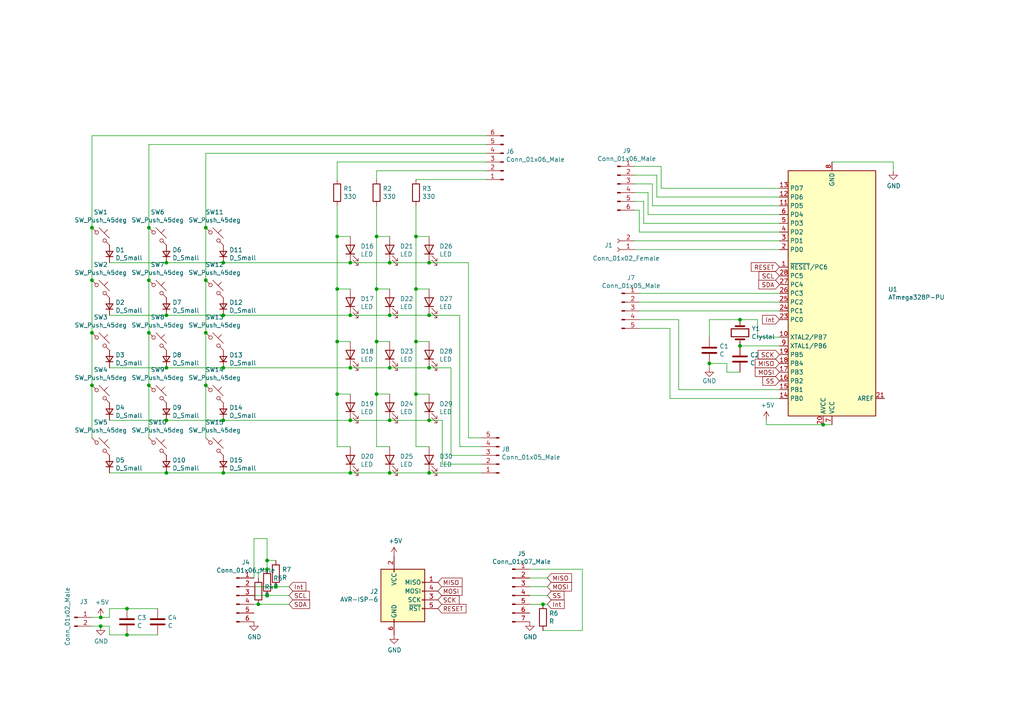
<source format=kicad_sch>
(kicad_sch (version 20250114) (generator "eeschema") (generator_version "9.0")
  (paper "A4")
  (lib_symbols
    (symbol "CNCKeypad-rescue:+5V-power" (power) (pin_names (offset 0))
      (property "Value" "power:+5V" (at 0 3.556 0))
      (symbol "+5V-power_0_1"
        (polyline (pts (xy -0.762 1.27) (xy 0 2.54)))
        (polyline (pts (xy 0 2.54) (xy 0.762 1.27)))
        (polyline (pts (xy 0 0) (xy 0 2.54)))
      )
      (symbol "+5V-power_1_1"
        (pin power_in line (at 0 0 90) (length 0) (hide yes) (name "+5V") (number "1"))
      )
    )
    (symbol "CNCKeypad-rescue:ATmega328P-PU-MCU_Microchip_ATmega"
      (property "Reference" "U" (at -12.7 36.83 0))
      (property "Value" "MCU_Microchip_ATmega:ATmega328P-PU" (at 2.54 -36.83 0))
      (symbol "ATmega328P-PU-MCU_Microchip_ATmega_0_1"
        (rectangle (start -12.7 -35.56) (end 12.7 35.56) (stroke (width 0.254)) (fill (type background)))
      )
      (symbol "ATmega328P-PU-MCU_Microchip_ATmega_1_1"
        (pin input line (at -15.24 30.48 0) (length 2.54) (name "AREF") (number "21"))
        (pin power_in line (at 0 38.1 270) (length 2.54) (name "VCC") (number "7"))
        (pin passive line (at 0 -38.1 90) (length 2.54) (hide yes) (name "GND") (number "22"))
        (pin power_in line (at 0 -38.1 90) (length 2.54) (name "GND") (number "8"))
        (pin power_in line (at 2.54 38.1 270) (length 2.54) (name "AVCC") (number "20"))
        (pin bidirectional line (at 15.24 30.48 180) (length 2.54) (name "PB0") (number "14"))
        (pin bidirectional line (at 15.24 27.94 180) (length 2.54) (name "PB1") (number "15"))
        (pin bidirectional line (at 15.24 25.4 180) (length 2.54) (name "PB2") (number "16"))
        (pin bidirectional line (at 15.24 22.86 180) (length 2.54) (name "PB3") (number "17"))
        (pin bidirectional line (at 15.24 20.32 180) (length 2.54) (name "PB4") (number "18"))
        (pin bidirectional line (at 15.24 17.78 180) (length 2.54) (name "PB5") (number "19"))
        (pin bidirectional line (at 15.24 15.24 180) (length 2.54) (name "XTAL1/PB6") (number "9"))
        (pin bidirectional line (at 15.24 12.7 180) (length 2.54) (name "XTAL2/PB7") (number "10"))
        (pin bidirectional line (at 15.24 7.62 180) (length 2.54) (name "PC0") (number "23"))
        (pin bidirectional line (at 15.24 5.08 180) (length 2.54) (name "PC1") (number "24"))
        (pin bidirectional line (at 15.24 2.54 180) (length 2.54) (name "PC2") (number "25"))
        (pin bidirectional line (at 15.24 0 180) (length 2.54) (name "PC3") (number "26"))
        (pin bidirectional line (at 15.24 -2.54 180) (length 2.54) (name "PC4") (number "27"))
        (pin bidirectional line (at 15.24 -5.08 180) (length 2.54) (name "PC5") (number "28"))
        (pin bidirectional line (at 15.24 -7.62 180) (length 2.54) (name "~{RESET}/PC6") (number "1"))
        (pin bidirectional line (at 15.24 -12.7 180) (length 2.54) (name "PD0") (number "2"))
        (pin bidirectional line (at 15.24 -15.24 180) (length 2.54) (name "PD1") (number "3"))
        (pin bidirectional line (at 15.24 -17.78 180) (length 2.54) (name "PD2") (number "4"))
        (pin bidirectional line (at 15.24 -20.32 180) (length 2.54) (name "PD3") (number "5"))
        (pin bidirectional line (at 15.24 -22.86 180) (length 2.54) (name "PD4") (number "6"))
        (pin bidirectional line (at 15.24 -25.4 180) (length 2.54) (name "PD5") (number "11"))
        (pin bidirectional line (at 15.24 -27.94 180) (length 2.54) (name "PD6") (number "12"))
        (pin bidirectional line (at 15.24 -30.48 180) (length 2.54) (name "PD7") (number "13"))
      )
    )
    (symbol "CNCKeypad-rescue:AVR-ISP-6-Connector" (pin_names (offset 1.016))
      (property "Reference" "J" (at 0 10.16 0))
      (property "Value" "Connector:AVR-ISP-6" (at 0 -7.62 0))
      (symbol "AVR-ISP-6-Connector_0_1"
        (rectangle (start -2.667 8.89) (end -2.413 8.128))
        (rectangle (start -2.667 -5.588) (end -2.413 -6.35))
        (rectangle (start 6.35 8.89) (end -6.35 -6.35) (stroke (width 0.254)) (fill (type background)))
        (rectangle (start 6.35 5.207) (end 5.588 4.953))
        (rectangle (start 6.35 2.667) (end 5.588 2.413))
        (rectangle (start 6.35 0.127) (end 5.588 -0.127))
        (rectangle (start 6.35 -2.413) (end 5.588 -2.667))
      )
      (symbol "AVR-ISP-6-Connector_1_1"
        (pin power_in line (at -2.54 12.7 270) (length 3.81) (name "VCC") (number "2"))
        (pin power_in line (at -2.54 -10.16 90) (length 3.81) (name "GND") (number "6"))
        (pin passive line (at 10.16 5.08 180) (length 3.81) (name "MISO") (number "1"))
        (pin passive line (at 10.16 2.54 180) (length 3.81) (name "MOSI") (number "4"))
        (pin passive line (at 10.16 0 180) (length 3.81) (name "SCK") (number "3"))
        (pin passive line (at 10.16 -2.54 180) (length 3.81) (name "~{RST}") (number "5"))
      )
    )
    (symbol "CNCKeypad-rescue:Conn_01x02_Female-Connector" (pin_names (offset 1.016) (hide yes))
      (property "Reference" "J" (at 0 2.54 0))
      (property "Value" "Connector:Conn_01x02_Female" (at 0 -5.08 0))
      (symbol "Conn_01x02_Female-Connector_1_1"
        (polyline (pts (xy -1.27 0) (xy -0.508 0)) (stroke (width 0.1524)))
        (polyline (pts (xy -1.27 -2.54) (xy -0.508 -2.54)) (stroke (width 0.1524)))
        (arc (start 0 -0.508) (mid -0.508 0) (end 0 0.508) (stroke (width 0.1524)))
        (arc (start 0 -3.048) (mid -0.508 -2.54) (end 0 -2.032) (stroke (width 0.1524)))
        (pin passive line (at -5.08 0 0) (length 3.81) (name "Pin_1") (number "1"))
        (pin passive line (at -5.08 -2.54 0) (length 3.81) (name "Pin_2") (number "2"))
      )
    )
    (symbol "CNCKeypad-rescue:Conn_01x02_Male-Connector" (pin_names (offset 1.016) (hide yes))
      (property "Reference" "J" (at 0 2.54 0))
      (property "Value" "Connector:Conn_01x02_Male" (at 0 -5.08 0))
      (symbol "Conn_01x02_Male-Connector_1_1"
        (rectangle (start 0.8636 0.127) (end 0 -0.127) (stroke (width 0.1524)) (fill (type outline)))
        (rectangle (start 0.8636 -2.413) (end 0 -2.667) (stroke (width 0.1524)) (fill (type outline)))
        (polyline (pts (xy 1.27 0) (xy 0.8636 0)) (stroke (width 0.1524)))
        (polyline (pts (xy 1.27 -2.54) (xy 0.8636 -2.54)) (stroke (width 0.1524)))
        (pin passive line (at 5.08 0 180) (length 3.81) (name "Pin_1") (number "1"))
        (pin passive line (at 5.08 -2.54 180) (length 3.81) (name "Pin_2") (number "2"))
      )
    )
    (symbol "CNCKeypad-rescue:Conn_01x05_Male-Connector" (pin_names (offset 1.016) (hide yes))
      (property "Reference" "J" (at 0 7.62 0))
      (property "Value" "Connector:Conn_01x05_Male" (at 0 -7.62 0))
      (symbol "Conn_01x05_Male-Connector_1_1"
        (rectangle (start 0.8636 5.207) (end 0 4.953) (stroke (width 0.1524)) (fill (type outline)))
        (rectangle (start 0.8636 2.667) (end 0 2.413) (stroke (width 0.1524)) (fill (type outline)))
        (rectangle (start 0.8636 0.127) (end 0 -0.127) (stroke (width 0.1524)) (fill (type outline)))
        (rectangle (start 0.8636 -2.413) (end 0 -2.667) (stroke (width 0.1524)) (fill (type outline)))
        (rectangle (start 0.8636 -4.953) (end 0 -5.207) (stroke (width 0.1524)) (fill (type outline)))
        (polyline (pts (xy 1.27 5.08) (xy 0.8636 5.08)) (stroke (width 0.1524)))
        (polyline (pts (xy 1.27 2.54) (xy 0.8636 2.54)) (stroke (width 0.1524)))
        (polyline (pts (xy 1.27 0) (xy 0.8636 0)) (stroke (width 0.1524)))
        (polyline (pts (xy 1.27 -2.54) (xy 0.8636 -2.54)) (stroke (width 0.1524)))
        (polyline (pts (xy 1.27 -5.08) (xy 0.8636 -5.08)) (stroke (width 0.1524)))
        (pin passive line (at 5.08 5.08 180) (length 3.81) (name "Pin_1") (number "1"))
        (pin passive line (at 5.08 2.54 180) (length 3.81) (name "Pin_2") (number "2"))
        (pin passive line (at 5.08 0 180) (length 3.81) (name "Pin_3") (number "3"))
        (pin passive line (at 5.08 -2.54 180) (length 3.81) (name "Pin_4") (number "4"))
        (pin passive line (at 5.08 -5.08 180) (length 3.81) (name "Pin_5") (number "5"))
      )
    )
    (symbol "CNCKeypad-rescue:Conn_01x06_Male-Connector" (pin_names (offset 1.016) (hide yes))
      (property "Reference" "J" (at 0 7.62 0))
      (property "Value" "Connector:Conn_01x06_Male" (at 0 -10.16 0))
      (symbol "Conn_01x06_Male-Connector_1_1"
        (rectangle (start 0.8636 5.207) (end 0 4.953) (stroke (width 0.1524)) (fill (type outline)))
        (rectangle (start 0.8636 2.667) (end 0 2.413) (stroke (width 0.1524)) (fill (type outline)))
        (rectangle (start 0.8636 0.127) (end 0 -0.127) (stroke (width 0.1524)) (fill (type outline)))
        (rectangle (start 0.8636 -2.413) (end 0 -2.667) (stroke (width 0.1524)) (fill (type outline)))
        (rectangle (start 0.8636 -4.953) (end 0 -5.207) (stroke (width 0.1524)) (fill (type outline)))
        (rectangle (start 0.8636 -7.493) (end 0 -7.747) (stroke (width 0.1524)) (fill (type outline)))
        (polyline (pts (xy 1.27 5.08) (xy 0.8636 5.08)) (stroke (width 0.1524)))
        (polyline (pts (xy 1.27 2.54) (xy 0.8636 2.54)) (stroke (width 0.1524)))
        (polyline (pts (xy 1.27 0) (xy 0.8636 0)) (stroke (width 0.1524)))
        (polyline (pts (xy 1.27 -2.54) (xy 0.8636 -2.54)) (stroke (width 0.1524)))
        (polyline (pts (xy 1.27 -5.08) (xy 0.8636 -5.08)) (stroke (width 0.1524)))
        (polyline (pts (xy 1.27 -7.62) (xy 0.8636 -7.62)) (stroke (width 0.1524)))
        (pin passive line (at 5.08 5.08 180) (length 3.81) (name "Pin_1") (number "1"))
        (pin passive line (at 5.08 2.54 180) (length 3.81) (name "Pin_2") (number "2"))
        (pin passive line (at 5.08 0 180) (length 3.81) (name "Pin_3") (number "3"))
        (pin passive line (at 5.08 -2.54 180) (length 3.81) (name "Pin_4") (number "4"))
        (pin passive line (at 5.08 -5.08 180) (length 3.81) (name "Pin_5") (number "5"))
        (pin passive line (at 5.08 -7.62 180) (length 3.81) (name "Pin_6") (number "6"))
      )
    )
    (symbol "CNCKeypad-rescue:Conn_01x07_Male-Connector" (pin_names (offset 1.016) (hide yes))
      (property "Reference" "J" (at 0 10.16 0))
      (property "Value" "Connector:Conn_01x07_Male" (at 0 -10.16 0))
      (symbol "Conn_01x07_Male-Connector_1_1"
        (rectangle (start 0.8636 7.747) (end 0 7.493) (stroke (width 0.1524)) (fill (type outline)))
        (rectangle (start 0.8636 5.207) (end 0 4.953) (stroke (width 0.1524)) (fill (type outline)))
        (rectangle (start 0.8636 2.667) (end 0 2.413) (stroke (width 0.1524)) (fill (type outline)))
        (rectangle (start 0.8636 0.127) (end 0 -0.127) (stroke (width 0.1524)) (fill (type outline)))
        (rectangle (start 0.8636 -2.413) (end 0 -2.667) (stroke (width 0.1524)) (fill (type outline)))
        (rectangle (start 0.8636 -4.953) (end 0 -5.207) (stroke (width 0.1524)) (fill (type outline)))
        (rectangle (start 0.8636 -7.493) (end 0 -7.747) (stroke (width 0.1524)) (fill (type outline)))
        (polyline (pts (xy 1.27 7.62) (xy 0.8636 7.62)) (stroke (width 0.1524)))
        (polyline (pts (xy 1.27 5.08) (xy 0.8636 5.08)) (stroke (width 0.1524)))
        (polyline (pts (xy 1.27 2.54) (xy 0.8636 2.54)) (stroke (width 0.1524)))
        (polyline (pts (xy 1.27 0) (xy 0.8636 0)) (stroke (width 0.1524)))
        (polyline (pts (xy 1.27 -2.54) (xy 0.8636 -2.54)) (stroke (width 0.1524)))
        (polyline (pts (xy 1.27 -5.08) (xy 0.8636 -5.08)) (stroke (width 0.1524)))
        (polyline (pts (xy 1.27 -7.62) (xy 0.8636 -7.62)) (stroke (width 0.1524)))
        (pin passive line (at 5.08 7.62 180) (length 3.81) (name "Pin_1") (number "1"))
        (pin passive line (at 5.08 5.08 180) (length 3.81) (name "Pin_2") (number "2"))
        (pin passive line (at 5.08 2.54 180) (length 3.81) (name "Pin_3") (number "3"))
        (pin passive line (at 5.08 0 180) (length 3.81) (name "Pin_4") (number "4"))
        (pin passive line (at 5.08 -2.54 180) (length 3.81) (name "Pin_5") (number "5"))
        (pin passive line (at 5.08 -5.08 180) (length 3.81) (name "Pin_6") (number "6"))
        (pin passive line (at 5.08 -7.62 180) (length 3.81) (name "Pin_7") (number "7"))
      )
    )
    (symbol "CNCKeypad-rescue:GND-power" (power) (pin_names (offset 0))
      (property "Value" "power:GND" (at 0 -3.81 0))
      (symbol "GND-power_0_1"
        (polyline (pts (xy 0 0) (xy 0 -1.27) (xy 1.27 -1.27) (xy 0 -2.54) (xy -1.27 -1.27) (xy 0 -1.27)))
      )
      (symbol "GND-power_1_1"
        (pin power_in line (at 0 0 270) (length 0) (hide yes) (name "GND") (number "1"))
      )
    )
    (symbol "Device:C" (pin_numbers (hide yes)) (pin_names (offset 0.254))
      (property "Reference" "C" (at 0.635 2.54 0))
      (property "Value" "C" (at 0.635 -2.54 0))
      (symbol "C_0_1"
        (polyline (pts (xy -2.032 0.762) (xy 2.032 0.762)) (stroke (width 0.508)))
        (polyline (pts (xy -2.032 -0.762) (xy 2.032 -0.762)) (stroke (width 0.508)))
      )
      (symbol "C_1_1"
        (pin passive line (at 0 3.81 270) (length 2.794) (name "~") (number "1"))
        (pin passive line (at 0 -3.81 90) (length 2.794) (name "~") (number "2"))
      )
    )
    (symbol "Device:Crystal" (pin_numbers (hide yes)) (pin_names (offset 1.016) (hide yes))
      (property "Reference" "Y" (at 0 3.81 0))
      (property "Value" "Crystal" (at 0 -3.81 0))
      (symbol "Crystal_0_1"
        (polyline (pts (xy -2.54 0) (xy -1.905 0)))
        (polyline (pts (xy -1.905 -1.27) (xy -1.905 1.27)) (stroke (width 0.508)))
        (rectangle (start -1.143 2.54) (end 1.143 -2.54) (stroke (width 0.3048)))
        (polyline (pts (xy 1.905 -1.27) (xy 1.905 1.27)) (stroke (width 0.508)))
        (polyline (pts (xy 2.54 0) (xy 1.905 0)))
      )
      (symbol "Crystal_1_1"
        (pin passive line (at -3.81 0 0) (length 1.27) (name "1") (number "1"))
        (pin passive line (at 3.81 0 180) (length 1.27) (name "2") (number "2"))
      )
    )
    (symbol "Device:D_Small" (pin_numbers (hide yes)) (pin_names (offset 0.254) (hide yes))
      (property "Reference" "D" (at -1.27 2.032 0))
      (property "Value" "D_Small" (at -3.81 -2.032 0))
      (symbol "D_Small_0_1"
        (polyline (pts (xy -0.762 0) (xy 0.762 0)))
        (polyline (pts (xy -0.762 -1.016) (xy -0.762 1.016)) (stroke (width 0.254)))
        (polyline (pts (xy 0.762 -1.016) (xy -0.762 0) (xy 0.762 1.016) (xy 0.762 -1.016)) (stroke (width 0.254)))
      )
      (symbol "D_Small_1_1"
        (pin passive line (at -2.54 0 0) (length 1.778) (name "K") (number "1"))
        (pin passive line (at 2.54 0 180) (length 1.778) (name "A") (number "2"))
      )
    )
    (symbol "Device:LED" (pin_numbers (hide yes)) (pin_names (offset 1.016) (hide yes))
      (property "Reference" "D" (at 0 2.54 0))
      (property "Value" "LED" (at 0 -2.54 0))
      (symbol "LED_0_1"
        (polyline (pts (xy -3.048 -0.762) (xy -4.572 -2.286) (xy -3.81 -2.286) (xy -4.572 -2.286) (xy -4.572 -1.524)))
        (polyline (pts (xy -1.778 -0.762) (xy -3.302 -2.286) (xy -2.54 -2.286) (xy -3.302 -2.286) (xy -3.302 -1.524)))
        (polyline (pts (xy -1.27 0) (xy 1.27 0)))
        (polyline (pts (xy -1.27 -1.27) (xy -1.27 1.27)) (stroke (width 0.254)))
        (polyline (pts (xy 1.27 -1.27) (xy 1.27 1.27) (xy -1.27 0) (xy 1.27 -1.27)) (stroke (width 0.254)))
      )
      (symbol "LED_1_1"
        (pin passive line (at -3.81 0 0) (length 2.54) (name "K") (number "1"))
        (pin passive line (at 3.81 0 180) (length 2.54) (name "A") (number "2"))
      )
    )
    (symbol "Device:R" (pin_numbers (hide yes)) (pin_names (offset 0))
      (property "Reference" "R" (at 2.032 0 90))
      (property "Value" "R" (at 0 0 90))
      (symbol "R_0_1"
        (rectangle (start -1.016 -2.54) (end 1.016 2.54) (stroke (width 0.254)))
      )
      (symbol "R_1_1"
        (pin passive line (at 0 3.81 270) (length 1.27) (name "~") (number "1"))
        (pin passive line (at 0 -3.81 90) (length 1.27) (name "~") (number "2"))
      )
    )
    (symbol "Switch:SW_Push_45deg" (pin_numbers (hide yes)) (pin_names (offset 1.016) (hide yes))
      (property "Reference" "SW" (at 3.048 1.016 0))
      (property "Value" "SW_Push_45deg" (at 0 -3.81 0))
      (symbol "SW_Push_45deg_0_1"
        (polyline (pts (xy -2.54 2.54) (xy -1.524 1.524) (xy -1.524 1.524)))
        (circle (center -1.1684 1.1684) (radius 0.508))
        (polyline (pts (xy -0.508 2.54) (xy 2.54 -0.508)))
        (polyline (pts (xy 1.016 1.016) (xy 2.032 2.032)))
        (circle (center 1.143 -1.1938) (radius 0.508))
        (polyline (pts (xy 1.524 -1.524) (xy 2.54 -2.54) (xy 2.54 -2.54) (xy 2.54 -2.54)))
        (pin passive line (at -2.54 2.54 0) (length 0) (name "1") (number "1"))
        (pin passive line (at 2.54 -2.54 180) (length 0) (name "2") (number "2"))
      )
    )
  )
  (junction (at 120.65 99.06))
  (junction (at 29.21 181.61))
  (junction (at 36.83 184.15))
  (junction (at 59.69 81.28))
  (junction (at 77.47 162.56))
  (junction (at 64.77 137.16))
  (junction (at 59.69 111.76))
  (junction (at 214.63 92.71))
  (junction (at 26.67 111.76))
  (junction (at 124.46 137.16))
  (junction (at 48.26 76.2))
  (junction (at 113.03 91.44))
  (junction (at 113.03 121.92))
  (junction (at 97.79 114.3))
  (junction (at 43.18 66.04))
  (junction (at 101.6 106.68))
  (junction (at 101.6 137.16))
  (junction (at 238.76 123.19))
  (junction (at 77.47 172.72))
  (junction (at 101.6 76.2))
  (junction (at 29.21 179.07))
  (junction (at 64.77 91.44))
  (junction (at 97.79 99.06))
  (junction (at 120.65 114.3))
  (junction (at 43.18 96.52))
  (junction (at 97.79 68.58))
  (junction (at 48.26 106.68))
  (junction (at 26.67 66.04))
  (junction (at 113.03 76.2))
  (junction (at 64.77 121.92))
  (junction (at 97.79 83.82))
  (junction (at 77.47 165.1))
  (junction (at 101.6 91.44))
  (junction (at 109.22 99.06))
  (junction (at 48.26 137.16))
  (junction (at 74.93 175.26))
  (junction (at 124.46 91.44))
  (junction (at 64.77 76.2))
  (junction (at 43.18 81.28))
  (junction (at 109.22 114.3))
  (junction (at 109.22 68.58))
  (junction (at 59.69 66.04))
  (junction (at 124.46 76.2))
  (junction (at 80.01 170.18))
  (junction (at 48.26 121.92))
  (junction (at 64.77 106.68))
  (junction (at 205.74 105.41))
  (junction (at 124.46 106.68))
  (junction (at 157.48 175.26))
  (junction (at 214.63 100.33))
  (junction (at 59.69 96.52))
  (junction (at 109.22 83.82))
  (junction (at 26.67 81.28))
  (junction (at 36.83 176.53))
  (junction (at 120.65 83.82))
  (junction (at 43.18 111.76))
  (junction (at 113.03 137.16))
  (junction (at 48.26 91.44))
  (junction (at 124.46 121.92))
  (junction (at 120.65 68.58))
  (junction (at 113.03 106.68))
  (junction (at 101.6 121.92))
  (junction (at 26.67 96.52))
  (wire (pts (xy 59.69 66.04) (xy 59.69 81.28)))
  (wire (pts (xy 130.81 132.08) (xy 139.7 132.08)))
  (wire (pts (xy 97.79 114.3) (xy 97.79 99.06)))
  (wire (pts (xy 74.93 165.1) (xy 77.47 165.1)))
  (wire (pts (xy 109.22 114.3) (xy 113.03 114.3)))
  (wire (pts (xy 26.67 39.37) (xy 26.67 66.04)))
  (wire (pts (xy 45.72 184.15) (xy 36.83 184.15)))
  (wire (pts (xy 80.01 170.18) (xy 83.82 170.18)))
  (wire (pts (xy 133.35 91.44) (xy 124.46 91.44)))
  (wire (pts (xy 120.65 68.58) (xy 120.65 59.69)))
  (wire (pts (xy 186.69 64.77) (xy 226.06 64.77)))
  (wire (pts (xy 109.22 49.53) (xy 140.97 49.53)))
  (wire (pts (xy 222.25 123.19) (xy 238.76 123.19)))
  (wire (pts (xy 153.67 165.1) (xy 168.91 165.1)))
  (wire (pts (xy 26.67 81.28) (xy 26.67 96.52)))
  (wire (pts (xy 168.91 165.1) (xy 168.91 182.88)))
  (wire (pts (xy 205.74 106.68) (xy 205.74 105.41)))
  (wire (pts (xy 189.23 53.34) (xy 189.23 59.69)))
  (wire (pts (xy 194.31 95.25) (xy 194.31 115.57)))
  (wire (pts (xy 196.85 113.03) (xy 196.85 92.71)))
  (wire (pts (xy 185.42 85.09) (xy 226.06 85.09)))
  (wire (pts (xy 43.18 66.04) (xy 43.18 81.28)))
  (wire (pts (xy 120.65 114.3) (xy 124.46 114.3)))
  (wire (pts (xy 140.97 52.07) (xy 120.65 52.07)))
  (wire (pts (xy 190.5 50.8) (xy 190.5 57.15)))
  (wire (pts (xy 194.31 115.57) (xy 226.06 115.57)))
  (wire (pts (xy 184.15 69.85) (xy 226.06 69.85)))
  (wire (pts (xy 26.67 111.76) (xy 26.67 127)))
  (wire (pts (xy 109.22 68.58) (xy 113.03 68.58)))
  (wire (pts (xy 241.3 46.99) (xy 259.08 46.99)))
  (wire (pts (xy 77.47 162.56) (xy 77.47 165.1)))
  (wire (pts (xy 64.77 106.68) (xy 101.6 106.68)))
  (wire (pts (xy 184.15 48.26) (xy 191.77 48.26)))
  (wire (pts (xy 158.75 170.18) (xy 153.67 170.18)))
  (wire (pts (xy 184.15 60.96) (xy 185.42 60.96)))
  (wire (pts (xy 97.79 99.06) (xy 97.79 83.82)))
  (wire (pts (xy 31.75 179.07) (xy 31.75 176.53)))
  (wire (pts (xy 187.96 62.23) (xy 226.06 62.23)))
  (wire (pts (xy 109.22 114.3) (xy 109.22 99.06)))
  (wire (pts (xy 128.27 121.92) (xy 124.46 121.92)))
  (wire (pts (xy 64.77 76.2) (xy 101.6 76.2)))
  (wire (pts (xy 219.71 97.79) (xy 219.71 92.71)))
  (wire (pts (xy 97.79 114.3) (xy 101.6 114.3)))
  (wire (pts (xy 101.6 91.44) (xy 113.03 91.44)))
  (wire (pts (xy 120.65 129.54) (xy 120.65 114.3)))
  (wire (pts (xy 59.69 111.76) (xy 59.69 127)))
  (wire (pts (xy 31.75 176.53) (xy 36.83 176.53)))
  (wire (pts (xy 128.27 134.62) (xy 128.27 121.92)))
  (wire (pts (xy 109.22 83.82) (xy 113.03 83.82)))
  (wire (pts (xy 77.47 156.21) (xy 73.66 156.21)))
  (wire (pts (xy 120.65 83.82) (xy 124.46 83.82)))
  (wire (pts (xy 109.22 52.07) (xy 109.22 49.53)))
  (wire (pts (xy 29.21 181.61) (xy 26.67 181.61)))
  (wire (pts (xy 226.06 97.79) (xy 219.71 97.79)))
  (wire (pts (xy 45.72 176.53) (xy 36.83 176.53)))
  (wire (pts (xy 226.06 100.33) (xy 214.63 100.33)))
  (wire (pts (xy 26.67 96.52) (xy 26.67 111.76)))
  (wire (pts (xy 64.77 91.44) (xy 101.6 91.44)))
  (wire (pts (xy 48.26 121.92) (xy 64.77 121.92)))
  (wire (pts (xy 238.76 123.19) (xy 241.3 123.19)))
  (wire (pts (xy 219.71 92.71) (xy 214.63 92.71)))
  (wire (pts (xy 109.22 68.58) (xy 109.22 59.69)))
  (wire (pts (xy 31.75 184.15) (xy 36.83 184.15)))
  (wire (pts (xy 158.75 175.26) (xy 157.48 175.26)))
  (wire (pts (xy 185.42 90.17) (xy 226.06 90.17)))
  (wire (pts (xy 140.97 44.45) (xy 59.69 44.45)))
  (wire (pts (xy 130.81 106.68) (xy 130.81 132.08)))
  (wire (pts (xy 113.03 121.92) (xy 124.46 121.92)))
  (wire (pts (xy 120.65 68.58) (xy 124.46 68.58)))
  (wire (pts (xy 124.46 129.54) (xy 120.65 129.54)))
  (wire (pts (xy 31.75 137.16) (xy 48.26 137.16)))
  (wire (pts (xy 189.23 59.69) (xy 226.06 59.69)))
  (wire (pts (xy 74.93 167.64) (xy 74.93 165.1)))
  (wire (pts (xy 97.79 99.06) (xy 101.6 99.06)))
  (wire (pts (xy 185.42 60.96) (xy 185.42 67.31)))
  (wire (pts (xy 48.26 137.16) (xy 64.77 137.16)))
  (wire (pts (xy 153.67 172.72) (xy 158.75 172.72)))
  (wire (pts (xy 124.46 106.68) (xy 130.81 106.68)))
  (wire (pts (xy 109.22 99.06) (xy 109.22 83.82)))
  (wire (pts (xy 101.6 121.92) (xy 113.03 121.92)))
  (wire (pts (xy 97.79 129.54) (xy 97.79 114.3)))
  (wire (pts (xy 101.6 76.2) (xy 113.03 76.2)))
  (wire (pts (xy 120.65 83.82) (xy 120.65 68.58)))
  (wire (pts (xy 97.79 83.82) (xy 101.6 83.82)))
  (wire (pts (xy 185.42 87.63) (xy 226.06 87.63)))
  (wire (pts (xy 101.6 106.68) (xy 113.03 106.68)))
  (wire (pts (xy 97.79 46.99) (xy 97.79 52.07)))
  (wire (pts (xy 48.26 76.2) (xy 64.77 76.2)))
  (wire (pts (xy 210.82 105.41) (xy 210.82 107.95)))
  (wire (pts (xy 190.5 50.8) (xy 184.15 50.8)))
  (wire (pts (xy 77.47 172.72) (xy 73.66 172.72)))
  (wire (pts (xy 157.48 182.88) (xy 168.91 182.88)))
  (wire (pts (xy 97.79 68.58) (xy 101.6 68.58)))
  (wire (pts (xy 109.22 99.06) (xy 113.03 99.06)))
  (wire (pts (xy 191.77 54.61) (xy 226.06 54.61)))
  (wire (pts (xy 189.23 53.34) (xy 184.15 53.34)))
  (wire (pts (xy 83.82 172.72) (xy 77.47 172.72)))
  (wire (pts (xy 153.67 167.64) (xy 158.75 167.64)))
  (wire (pts (xy 140.97 46.99) (xy 97.79 46.99)))
  (wire (pts (xy 140.97 39.37) (xy 26.67 39.37)))
  (wire (pts (xy 139.7 134.62) (xy 128.27 134.62)))
  (wire (pts (xy 226.06 72.39) (xy 184.15 72.39)))
  (wire (pts (xy 109.22 83.82) (xy 109.22 68.58)))
  (wire (pts (xy 205.74 105.41) (xy 210.82 105.41)))
  (wire (pts (xy 120.65 99.06) (xy 124.46 99.06)))
  (wire (pts (xy 26.67 179.07) (xy 29.21 179.07)))
  (wire (pts (xy 74.93 175.26) (xy 83.82 175.26)))
  (wire (pts (xy 64.77 121.92) (xy 101.6 121.92)))
  (wire (pts (xy 194.31 95.25) (xy 185.42 95.25)))
  (wire (pts (xy 113.03 106.68) (xy 124.46 106.68)))
  (wire (pts (xy 157.48 175.26) (xy 153.67 175.26)))
  (wire (pts (xy 101.6 137.16) (xy 113.03 137.16)))
  (wire (pts (xy 190.5 57.15) (xy 226.06 57.15)))
  (wire (pts (xy 259.08 46.99) (xy 259.08 49.53)))
  (wire (pts (xy 73.66 156.21) (xy 73.66 167.64)))
  (wire (pts (xy 124.46 137.16) (xy 139.7 137.16)))
  (wire (pts (xy 109.22 129.54) (xy 109.22 114.3)))
  (wire (pts (xy 133.35 129.54) (xy 133.35 91.44)))
  (wire (pts (xy 186.69 58.42) (xy 186.69 64.77)))
  (wire (pts (xy 135.89 127) (xy 139.7 127)))
  (wire (pts (xy 31.75 181.61) (xy 31.75 184.15)))
  (wire (pts (xy 113.03 137.16) (xy 124.46 137.16)))
  (wire (pts (xy 43.18 81.28) (xy 43.18 96.52)))
  (wire (pts (xy 29.21 181.61) (xy 31.75 181.61)))
  (wire (pts (xy 120.65 114.3) (xy 120.65 99.06)))
  (wire (pts (xy 210.82 107.95) (xy 214.63 107.95)))
  (wire (pts (xy 73.66 175.26) (xy 74.93 175.26)))
  (wire (pts (xy 73.66 170.18) (xy 80.01 170.18)))
  (wire (pts (xy 31.75 91.44) (xy 48.26 91.44)))
  (wire (pts (xy 135.89 76.2) (xy 135.89 127)))
  (wire (pts (xy 185.42 67.31) (xy 226.06 67.31)))
  (wire (pts (xy 101.6 129.54) (xy 97.79 129.54)))
  (wire (pts (xy 31.75 106.68) (xy 48.26 106.68)))
  (wire (pts (xy 48.26 106.68) (xy 64.77 106.68)))
  (wire (pts (xy 43.18 41.91) (xy 43.18 66.04)))
  (wire (pts (xy 59.69 44.45) (xy 59.69 66.04)))
  (wire (pts (xy 187.96 55.88) (xy 187.96 62.23)))
  (wire (pts (xy 226.06 113.03) (xy 196.85 113.03)))
  (wire (pts (xy 124.46 76.2) (xy 135.89 76.2)))
  (wire (pts (xy 31.75 76.2) (xy 48.26 76.2)))
  (wire (pts (xy 97.79 59.69) (xy 97.79 68.58)))
  (wire (pts (xy 43.18 41.91) (xy 140.97 41.91)))
  (wire (pts (xy 59.69 81.28) (xy 59.69 96.52)))
  (wire (pts (xy 113.03 91.44) (xy 124.46 91.44)))
  (wire (pts (xy 77.47 156.21) (xy 77.47 162.56)))
  (wire (pts (xy 205.74 92.71) (xy 214.63 92.71)))
  (wire (pts (xy 64.77 137.16) (xy 101.6 137.16)))
  (wire (pts (xy 113.03 76.2) (xy 124.46 76.2)))
  (wire (pts (xy 139.7 129.54) (xy 133.35 129.54)))
  (wire (pts (xy 113.03 129.54) (xy 109.22 129.54)))
  (wire (pts (xy 196.85 92.71) (xy 185.42 92.71)))
  (wire (pts (xy 205.74 97.79) (xy 205.74 92.71)))
  (wire (pts (xy 80.01 162.56) (xy 77.47 162.56)))
  (wire (pts (xy 43.18 111.76) (xy 43.18 127)))
  (wire (pts (xy 48.26 91.44) (xy 64.77 91.44)))
  (wire (pts (xy 31.75 121.92) (xy 48.26 121.92)))
  (wire (pts (xy 184.15 55.88) (xy 187.96 55.88)))
  (wire (pts (xy 43.18 96.52) (xy 43.18 111.76)))
  (wire (pts (xy 26.67 66.04) (xy 26.67 81.28)))
  (wire (pts (xy 120.65 99.06) (xy 120.65 83.82)))
  (wire (pts (xy 59.69 96.52) (xy 59.69 111.76)))
  (wire (pts (xy 97.79 83.82) (xy 97.79 68.58)))
  (wire (pts (xy 222.25 123.19) (xy 222.25 121.92)))
  (wire (pts (xy 31.75 179.07) (xy 29.21 179.07)))
  (wire (pts (xy 186.69 58.42) (xy 184.15 58.42)))
  (wire (pts (xy 191.77 48.26) (xy 191.77 54.61)))
  (global_label "SS" (shape input) (at 158.75 172.72 0) (property "Intersheetrefs" "${INTERSHEET_REFS}" (effects (hide yes))))
  (global_label "MOSI" (shape input) (at 127 171.45 0) (property "Intersheetrefs" "${INTERSHEET_REFS}" (effects (hide yes))))
  (global_label "SDA" (shape input) (at 83.82 175.26 0) (property "Intersheetrefs" "${INTERSHEET_REFS}" (effects (hide yes))))
  (global_label "SDA" (shape input) (at 226.06 82.55 180) (property "Intersheetrefs" "${INTERSHEET_REFS}" (effects (hide yes))))
  (global_label "Int" (shape input) (at 158.75 175.26 0) (property "Intersheetrefs" "${INTERSHEET_REFS}" (effects (hide yes))))
  (global_label "RESET" (shape input) (at 127 176.53 0) (property "Intersheetrefs" "${INTERSHEET_REFS}" (effects (hide yes))))
  (global_label "Int" (shape input) (at 226.06 92.71 180) (property "Intersheetrefs" "${INTERSHEET_REFS}" (effects (hide yes))))
  (global_label "SS" (shape input) (at 226.06 110.49 180) (property "Intersheetrefs" "${INTERSHEET_REFS}" (effects (hide yes))))
  (global_label "Int" (shape input) (at 83.82 170.18 0) (property "Intersheetrefs" "${INTERSHEET_REFS}" (effects (hide yes))))
  (global_label "MISO" (shape input) (at 158.75 167.64 0) (property "Intersheetrefs" "${INTERSHEET_REFS}" (effects (hide yes))))
  (global_label "MOSI" (shape input) (at 226.06 107.95 180) (property "Intersheetrefs" "${INTERSHEET_REFS}" (effects (hide yes))))
  (global_label "MOSI" (shape input) (at 158.75 170.18 0) (property "Intersheetrefs" "${INTERSHEET_REFS}" (effects (hide yes))))
  (global_label "SCL" (shape input) (at 226.06 80.01 180) (property "Intersheetrefs" "${INTERSHEET_REFS}" (effects (hide yes))))
  (global_label "RESET" (shape input) (at 226.06 77.47 180) (property "Intersheetrefs" "${INTERSHEET_REFS}" (effects (hide yes))))
  (global_label "SCK" (shape input) (at 127 173.99 0) (property "Intersheetrefs" "${INTERSHEET_REFS}" (effects (hide yes))))
  (global_label "SCL" (shape input) (at 83.82 172.72 0) (property "Intersheetrefs" "${INTERSHEET_REFS}" (effects (hide yes))))
  (global_label "SCK" (shape input) (at 226.06 102.87 180) (property "Intersheetrefs" "${INTERSHEET_REFS}" (effects (hide yes))))
  (global_label "MISO" (shape input) (at 226.06 105.41 180) (property "Intersheetrefs" "${INTERSHEET_REFS}" (effects (hide yes))))
  (global_label "MISO" (shape input) (at 127 168.91 0) (property "Intersheetrefs" "${INTERSHEET_REFS}" (effects (hide yes))))
  (symbol (lib_id "Switch:SW_Push_45deg") (at 29.21 68.58 0) (unit 1)
    (property "Reference" "SW1" (at 29.21 61.5188 0))
    (property "Value" "SW_Push_45deg" (at 29.21 63.8302 0))
    (property "Footprint" "Button_Switch_Keyboard:SW_Cherry_MX1A_1.00u_PCB" (effects (hide yes)))
  )
  (symbol (lib_id "Switch:SW_Push_45deg") (at 45.72 68.58 0) (unit 1)
    (property "Reference" "SW6" (at 45.72 61.5188 0))
    (property "Value" "SW_Push_45deg" (at 45.72 63.8302 0))
    (property "Footprint" "Button_Switch_Keyboard:SW_Cherry_MX1A_1.00u_PCB" (effects (hide yes)))
  )
  (symbol (lib_id "Switch:SW_Push_45deg") (at 62.23 68.58 0) (unit 1)
    (property "Reference" "SW11" (at 62.23 61.5188 0))
    (property "Value" "SW_Push_45deg" (at 62.23 63.8302 0))
    (property "Footprint" "Button_Switch_Keyboard:SW_Cherry_MX1A_1.00u_PCB" (effects (hide yes)))
  )
  (symbol (lib_id "Switch:SW_Push_45deg") (at 29.21 83.82 0) (unit 1)
    (property "Reference" "SW2" (at 29.21 76.7588 0))
    (property "Value" "SW_Push_45deg" (at 29.21 79.0702 0))
    (property "Footprint" "Button_Switch_Keyboard:SW_Cherry_MX1A_1.00u_PCB" (effects (hide yes)))
  )
  (symbol (lib_id "Switch:SW_Push_45deg") (at 45.72 83.82 0) (unit 1)
    (property "Reference" "SW7" (at 45.72 76.7588 0))
    (property "Value" "SW_Push_45deg" (at 45.72 79.0702 0))
    (property "Footprint" "Button_Switch_Keyboard:SW_Cherry_MX1A_1.00u_PCB" (effects (hide yes)))
  )
  (symbol (lib_id "Switch:SW_Push_45deg") (at 62.23 83.82 0) (unit 1)
    (property "Reference" "SW12" (at 62.23 76.7588 0))
    (property "Value" "SW_Push_45deg" (at 62.23 79.0702 0))
    (property "Footprint" "Button_Switch_Keyboard:SW_Cherry_MX1A_1.00u_PCB" (effects (hide yes)))
  )
  (symbol (lib_id "Switch:SW_Push_45deg") (at 29.21 99.06 0) (unit 1)
    (property "Reference" "SW3" (at 29.21 91.9988 0))
    (property "Value" "SW_Push_45deg" (at 29.21 94.3102 0))
    (property "Footprint" "Button_Switch_Keyboard:SW_Cherry_MX1A_1.00u_PCB" (effects (hide yes)))
  )
  (symbol (lib_id "Switch:SW_Push_45deg") (at 45.72 99.06 0) (unit 1)
    (property "Reference" "SW8" (at 45.72 91.9988 0))
    (property "Value" "SW_Push_45deg" (at 45.72 94.3102 0))
    (property "Footprint" "Button_Switch_Keyboard:SW_Cherry_MX1A_1.00u_PCB" (effects (hide yes)))
  )
  (symbol (lib_id "Switch:SW_Push_45deg") (at 62.23 99.06 0) (unit 1)
    (property "Reference" "SW13" (at 62.23 91.9988 0))
    (property "Value" "SW_Push_45deg" (at 62.23 94.3102 0))
    (property "Footprint" "Button_Switch_Keyboard:SW_Cherry_MX1A_1.00u_PCB" (effects (hide yes)))
  )
  (symbol (lib_id "Switch:SW_Push_45deg") (at 29.21 114.3 0) (unit 1)
    (property "Reference" "SW4" (at 29.21 107.2388 0))
    (property "Value" "SW_Push_45deg" (at 29.21 109.5502 0))
    (property "Footprint" "Button_Switch_Keyboard:SW_Cherry_MX1A_1.00u_PCB" (effects (hide yes)))
  )
  (symbol (lib_id "Switch:SW_Push_45deg") (at 45.72 114.3 0) (unit 1)
    (property "Reference" "SW9" (at 45.72 107.2388 0))
    (property "Value" "SW_Push_45deg" (at 45.72 109.5502 0))
    (property "Footprint" "Button_Switch_Keyboard:SW_Cherry_MX1A_1.00u_PCB" (effects (hide yes)))
  )
  (symbol (lib_id "Switch:SW_Push_45deg") (at 62.23 114.3 0) (unit 1)
    (property "Reference" "SW14" (at 62.23 107.2388 0))
    (property "Value" "SW_Push_45deg" (at 62.23 109.5502 0))
    (property "Footprint" "Button_Switch_Keyboard:SW_Cherry_MX1A_1.00u_PCB" (effects (hide yes)))
  )
  (symbol (lib_id "Switch:SW_Push_45deg") (at 29.21 129.54 0) (unit 1)
    (property "Reference" "SW5" (at 29.21 122.4788 0))
    (property "Value" "SW_Push_45deg" (at 29.21 124.7902 0))
    (property "Footprint" "Button_Switch_Keyboard:SW_Cherry_MX1A_1.00u_PCB" (effects (hide yes)))
  )
  (symbol (lib_id "Switch:SW_Push_45deg") (at 45.72 129.54 0) (unit 1)
    (property "Reference" "SW10" (at 45.72 122.4788 0))
    (property "Value" "SW_Push_45deg" (at 45.72 124.7902 0))
    (property "Footprint" "Button_Switch_Keyboard:SW_Cherry_MX1A_1.00u_PCB" (effects (hide yes)))
  )
  (symbol (lib_id "Switch:SW_Push_45deg") (at 62.23 129.54 0) (unit 1)
    (property "Reference" "SW15" (at 62.23 122.4788 0))
    (property "Value" "SW_Push_45deg" (at 62.23 124.7902 0))
    (property "Footprint" "Button_Switch_Keyboard:SW_Cherry_MX1A_1.00u_PCB" (effects (hide yes)))
  )
  (symbol (lib_id "Device:D_Small") (at 64.77 73.66 90) (unit 1)
    (property "Reference" "D11" (at 66.4972 72.4916 90) (effects (justify right)))
    (property "Value" "D_Small" (at 66.4972 74.803 90) (effects (justify right)))
    (property "Footprint" "Diodes_SMD:D_0805_2012Metric" (effects (hide yes)))
  )
  (symbol (lib_id "Device:D_Small") (at 48.26 73.66 90) (unit 1)
    (property "Reference" "D6" (at 49.9872 72.4916 90) (effects (justify right)))
    (property "Value" "D_Small" (at 49.9872 74.803 90) (effects (justify right)))
    (property "Footprint" "Diodes_SMD:D_0805_2012Metric" (effects (hide yes)))
  )
  (symbol (lib_id "Device:D_Small") (at 31.75 73.66 90) (unit 1)
    (property "Reference" "D1" (at 33.4772 72.4916 90) (effects (justify right)))
    (property "Value" "D_Small" (at 33.4772 74.803 90) (effects (justify right)))
    (property "Footprint" "Diodes_SMD:D_0805_2012Metric" (effects (hide yes)))
  )
  (symbol (lib_id "Device:D_Small") (at 31.75 88.9 90) (unit 1)
    (property "Reference" "D2" (at 33.4772 87.7316 90) (effects (justify right)))
    (property "Value" "D_Small" (at 33.4772 90.043 90) (effects (justify right)))
    (property "Footprint" "Diodes_SMD:D_0805_2012Metric" (effects (hide yes)))
  )
  (symbol (lib_id "Device:D_Small") (at 48.26 88.9 90) (unit 1)
    (property "Reference" "D7" (at 49.9872 87.7316 90) (effects (justify right)))
    (property "Value" "D_Small" (at 49.9872 90.043 90) (effects (justify right)))
    (property "Footprint" "Diodes_SMD:D_0805_2012Metric" (effects (hide yes)))
  )
  (symbol (lib_id "Device:D_Small") (at 64.77 88.9 90) (unit 1)
    (property "Reference" "D12" (at 66.4972 87.7316 90) (effects (justify right)))
    (property "Value" "D_Small" (at 66.4972 90.043 90) (effects (justify right)))
    (property "Footprint" "Diodes_SMD:D_0805_2012Metric" (effects (hide yes)))
  )
  (symbol (lib_id "Device:D_Small") (at 64.77 104.14 90) (unit 1)
    (property "Reference" "D13" (at 66.4972 102.9716 90) (effects (justify right)))
    (property "Value" "D_Small" (at 66.4972 105.283 90) (effects (justify right)))
    (property "Footprint" "Diodes_SMD:D_0805_2012Metric" (effects (hide yes)))
  )
  (symbol (lib_id "Device:D_Small") (at 64.77 119.38 90) (unit 1)
    (property "Reference" "D14" (at 66.4972 118.2116 90) (effects (justify right)))
    (property "Value" "D_Small" (at 66.4972 120.523 90) (effects (justify right)))
    (property "Footprint" "Diodes_SMD:D_0805_2012Metric" (effects (hide yes)))
  )
  (symbol (lib_id "Device:D_Small") (at 64.77 134.62 90) (unit 1)
    (property "Reference" "D15" (at 66.4972 133.4516 90) (effects (justify right)))
    (property "Value" "D_Small" (at 66.4972 135.763 90) (effects (justify right)))
    (property "Footprint" "Diodes_SMD:D_0805_2012Metric" (effects (hide yes)))
  )
  (symbol (lib_id "Device:D_Small") (at 48.26 134.62 90) (unit 1)
    (property "Reference" "D10" (at 49.9872 133.4516 90) (effects (justify right)))
    (property "Value" "D_Small" (at 49.9872 135.763 90) (effects (justify right)))
    (property "Footprint" "Diodes_SMD:D_0805_2012Metric" (effects (hide yes)))
  )
  (symbol (lib_id "Device:D_Small") (at 48.26 119.38 90) (unit 1)
    (property "Reference" "D9" (at 49.9872 118.2116 90) (effects (justify right)))
    (property "Value" "D_Small" (at 49.9872 120.523 90) (effects (justify right)))
    (property "Footprint" "Diodes_SMD:D_0805_2012Metric" (effects (hide yes)))
  )
  (symbol (lib_id "Device:D_Small") (at 48.26 104.14 90) (unit 1)
    (property "Reference" "D8" (at 49.9872 102.9716 90) (effects (justify right)))
    (property "Value" "D_Small" (at 49.9872 105.283 90) (effects (justify right)))
    (property "Footprint" "Diodes_SMD:D_0805_2012Metric" (effects (hide yes)))
  )
  (symbol (lib_id "Device:D_Small") (at 31.75 104.14 90) (unit 1)
    (property "Reference" "D3" (at 33.4772 102.9716 90) (effects (justify right)))
    (property "Value" "D_Small" (at 33.4772 105.283 90) (effects (justify right)))
    (property "Footprint" "Diodes_SMD:D_0805_2012Metric" (effects (hide yes)))
  )
  (symbol (lib_id "Device:D_Small") (at 31.75 119.38 90) (unit 1)
    (property "Reference" "D4" (at 33.4772 118.2116 90) (effects (justify right)))
    (property "Value" "D_Small" (at 33.4772 120.523 90) (effects (justify right)))
    (property "Footprint" "Diodes_SMD:D_0805_2012Metric" (effects (hide yes)))
  )
  (symbol (lib_id "Device:D_Small") (at 31.75 134.62 90) (unit 1)
    (property "Reference" "D5" (at 33.4772 133.4516 90) (effects (justify right)))
    (property "Value" "D_Small" (at 33.4772 135.763 90) (effects (justify right)))
    (property "Footprint" "Diodes_SMD:D_0805_2012Metric" (effects (hide yes)))
  )
  (symbol (lib_id "Device:LED") (at 101.6 72.39 90) (unit 1)
    (property "Reference" "D16" (at 104.5718 71.4248 90) (effects (justify right)))
    (property "Value" "LED" (at 104.5718 73.7362 90) (effects (justify right)))
    (property "Footprint" "LED THT:LED_D2.0mm_W4.8mm_H2.5mm_FlatTop" (effects (hide yes)))
  )
  (symbol (lib_id "Device:LED") (at 113.03 72.39 90) (unit 1)
    (property "Reference" "D21" (at 116.0018 71.4248 90) (effects (justify right)))
    (property "Value" "LED" (at 116.0018 73.7362 90) (effects (justify right)))
    (property "Footprint" "LED THT:LED_D2.0mm_W4.8mm_H2.5mm_FlatTop" (effects (hide yes)))
  )
  (symbol (lib_id "Device:LED") (at 124.46 72.39 90) (unit 1)
    (property "Reference" "D26" (at 127.4318 71.4248 90) (effects (justify right)))
    (property "Value" "LED" (at 127.4318 73.7362 90) (effects (justify right)))
    (property "Footprint" "LED THT:LED_D2.0mm_W4.8mm_H2.5mm_FlatTop" (effects (hide yes)))
  )
  (symbol (lib_id "Device:LED") (at 101.6 87.63 90) (unit 1)
    (property "Reference" "D17" (at 104.5718 86.6648 90) (effects (justify right)))
    (property "Value" "LED" (at 104.5718 88.9762 90) (effects (justify right)))
    (property "Footprint" "LED THT:LED_D2.0mm_W4.8mm_H2.5mm_FlatTop" (effects (hide yes)))
  )
  (symbol (lib_id "Device:LED") (at 113.03 87.63 90) (unit 1)
    (property "Reference" "D22" (at 116.0018 86.6648 90) (effects (justify right)))
    (property "Value" "LED" (at 116.0018 88.9762 90) (effects (justify right)))
    (property "Footprint" "LED THT:LED_D2.0mm_W4.8mm_H2.5mm_FlatTop" (effects (hide yes)))
  )
  (symbol (lib_id "Device:LED") (at 124.46 87.63 90) (unit 1)
    (property "Reference" "D27" (at 127.4318 86.6648 90) (effects (justify right)))
    (property "Value" "LED" (at 127.4318 88.9762 90) (effects (justify right)))
    (property "Footprint" "LED THT:LED_D2.0mm_W4.8mm_H2.5mm_FlatTop" (effects (hide yes)))
  )
  (symbol (lib_id "Device:LED") (at 101.6 102.87 90) (unit 1)
    (property "Reference" "D18" (at 104.5718 101.9048 90) (effects (justify right)))
    (property "Value" "LED" (at 104.5718 104.2162 90) (effects (justify right)))
    (property "Footprint" "LED THT:LED_D2.0mm_W4.8mm_H2.5mm_FlatTop" (effects (hide yes)))
  )
  (symbol (lib_id "Device:LED") (at 113.03 102.87 90) (unit 1)
    (property "Reference" "D23" (at 116.0018 101.9048 90) (effects (justify right)))
    (property "Value" "LED" (at 116.0018 104.2162 90) (effects (justify right)))
    (property "Footprint" "LED THT:LED_D2.0mm_W4.8mm_H2.5mm_FlatTop" (effects (hide yes)))
  )
  (symbol (lib_id "Device:LED") (at 124.46 102.87 90) (unit 1)
    (property "Reference" "D28" (at 127.4318 101.9048 90) (effects (justify right)))
    (property "Value" "LED" (at 127.4318 104.2162 90) (effects (justify right)))
    (property "Footprint" "LED THT:LED_D2.0mm_W4.8mm_H2.5mm_FlatTop" (effects (hide yes)))
  )
  (symbol (lib_id "Device:LED") (at 101.6 118.11 90) (unit 1)
    (property "Reference" "D19" (at 104.5718 117.1448 90) (effects (justify right)))
    (property "Value" "LED" (at 104.5718 119.4562 90) (effects (justify right)))
    (property "Footprint" "LED THT:LED_D2.0mm_W4.8mm_H2.5mm_FlatTop" (effects (hide yes)))
  )
  (symbol (lib_id "Device:LED") (at 113.03 118.11 90) (unit 1)
    (property "Reference" "D24" (at 116.0018 117.1448 90) (effects (justify right)))
    (property "Value" "LED" (at 116.0018 119.4562 90) (effects (justify right)))
    (property "Footprint" "LED THT:LED_D2.0mm_W4.8mm_H2.5mm_FlatTop" (effects (hide yes)))
  )
  (symbol (lib_id "Device:LED") (at 124.46 118.11 90) (unit 1)
    (property "Reference" "D29" (at 127.4318 117.1448 90) (effects (justify right)))
    (property "Value" "LED" (at 127.4318 119.4562 90) (effects (justify right)))
    (property "Footprint" "LED THT:LED_D2.0mm_W4.8mm_H2.5mm_FlatTop" (effects (hide yes)))
  )
  (symbol (lib_id "Device:LED") (at 101.6 133.35 90) (unit 1)
    (property "Reference" "D20" (at 104.5718 132.3848 90) (effects (justify right)))
    (property "Value" "LED" (at 104.5718 134.6962 90) (effects (justify right)))
    (property "Footprint" "LED THT:LED_D2.0mm_W4.8mm_H2.5mm_FlatTop" (effects (hide yes)))
  )
  (symbol (lib_id "Device:LED") (at 113.03 133.35 90) (unit 1)
    (property "Reference" "D25" (at 116.0018 132.3848 90) (effects (justify right)))
    (property "Value" "LED" (at 116.0018 134.6962 90) (effects (justify right)))
    (property "Footprint" "LED THT:LED_D2.0mm_W4.8mm_H2.5mm_FlatTop" (effects (hide yes)))
  )
  (symbol (lib_id "Device:LED") (at 124.46 133.35 90) (unit 1)
    (property "Reference" "D30" (at 127.4318 132.3848 90) (effects (justify right)))
    (property "Value" "LED" (at 127.4318 134.6962 90) (effects (justify right)))
    (property "Footprint" "LED THT:LED_D2.0mm_W4.8mm_H2.5mm_FlatTop" (effects (hide yes)))
  )
  (symbol (lib_id "CNCKeypad-rescue:+5V-power") (at 222.25 121.92 0) (unit 1)
    (property "Reference" "#PWR0101" (effects (hide yes)))
    (property "Value" "+5V" (at 222.631 117.5258 0))
  )
  (symbol (lib_id "CNCKeypad-rescue:GND-power") (at 259.08 49.53 0) (unit 1)
    (property "Reference" "#PWR0102" (effects (hide yes)))
    (property "Value" "GND" (at 259.207 53.9242 0))
  )
  (symbol (lib_id "Device:R") (at 120.65 55.88 0) (unit 1)
    (property "Reference" "R3" (at 122.428 54.7116 0) (effects (justify left)))
    (property "Value" "330" (at 122.428 57.023 0) (effects (justify left)))
    (property "Footprint" "Resistor_SMD:R_0805_2012Metric" (effects (hide yes)))
  )
  (symbol (lib_id "Device:R") (at 109.22 55.88 0) (unit 1)
    (property "Reference" "R2" (at 110.998 54.7116 0) (effects (justify left)))
    (property "Value" "330" (at 110.998 57.023 0) (effects (justify left)))
    (property "Footprint" "Resistor_SMD:R_0805_2012Metric" (effects (hide yes)))
  )
  (symbol (lib_id "Device:R") (at 97.79 55.88 0) (unit 1)
    (property "Reference" "R1" (at 99.568 54.7116 0) (effects (justify left)))
    (property "Value" "330" (at 99.568 57.023 0) (effects (justify left)))
    (property "Footprint" "Resistor_SMD:R_0805_2012Metric" (effects (hide yes)))
  )
  (symbol (lib_id "CNCKeypad-rescue:ATmega328P-PU-MCU_Microchip_ATmega") (at 241.3 85.09 180) (unit 1)
    (property "Reference" "U1" (at 257.5814 83.9216 0) (effects (justify right)))
    (property "Value" "ATmega328P-PU" (at 257.5814 86.233 0) (effects (justify right)))
    (property "Footprint" "Package_DIP:DIP-28_W7.62mm" (effects (hide yes)))
    (property "Datasheet" "http://ww1.microchip.com/downloads/en/DeviceDoc/ATmega328_P%20AVR%20MCU%20with%20picoPower%20Technology%20Data%20Sheet%2040001984A.pdf" (effects (hide yes)))
  )
  (symbol (lib_id "Device:Crystal") (at 214.63 96.52 90) (unit 1)
    (property "Reference" "Y1" (at 217.9574 95.3516 90) (effects (justify right)))
    (property "Value" "Crystal" (at 217.9574 97.663 90) (effects (justify right)))
    (property "Footprint" "Crystal:Crystal_Round_D2.0mm_Vertical" (effects (hide yes)))
  )
  (symbol (lib_id "CNCKeypad-rescue:GND-power") (at 205.74 106.68 0) (unit 1)
    (property "Reference" "#PWR0103" (effects (hide yes)))
    (property "Value" "GND" (at 205.74 110.49 0))
  )
  (symbol (lib_id "Device:C") (at 205.74 101.6 0) (unit 1)
    (property "Reference" "C1" (at 208.661 100.4316 0) (effects (justify left)))
    (property "Value" "C" (at 208.661 102.743 0) (effects (justify left)))
    (property "Footprint" "Capacitor_SMD:C_0805_2012Metric" (effects (hide yes)))
  )
  (symbol (lib_id "Device:C") (at 214.63 104.14 0) (unit 1)
    (property "Reference" "C2" (at 217.551 102.9716 0) (effects (justify left)))
    (property "Value" "C" (at 217.551 105.283 0) (effects (justify left)))
    (property "Footprint" "Capacitor_SMD:C_0805_2012Metric" (effects (hide yes)))
  )
  (symbol (lib_id "CNCKeypad-rescue:Conn_01x02_Female-Connector") (at 179.07 72.39 180) (unit 1)
    (property "Reference" "J1" (at 176.53 71.12 0))
    (property "Value" "Conn_01x02_Female" (at 181.61 74.93 0))
    (property "Footprint" "Connector_PinHeader_2.54mm:PinHeader_1x02_P2.54mm_Vertical" (effects (hide yes)))
  )
  (symbol (lib_id "CNCKeypad-rescue:Conn_01x02_Male-Connector") (at 21.59 179.07 0) (unit 1)
    (property "Reference" "J3" (at 24.2824 174.5488 0))
    (property "Value" "Conn_01x02_Male" (at 19.558 178.816 90))
    (property "Footprint" "Connector_PinHeader_2.54mm:PinHeader_1x02_P2.54mm_Vertical" (effects (hide yes)))
  )
  (symbol (lib_id "CNCKeypad-rescue:GND-power") (at 29.21 181.61 0) (unit 1)
    (property "Reference" "#PWR0104" (effects (hide yes)))
    (property "Value" "GND" (at 29.337 186.0042 0))
  )
  (symbol (lib_id "CNCKeypad-rescue:+5V-power") (at 29.21 179.07 0) (unit 1)
    (property "Reference" "#PWR0105" (effects (hide yes)))
    (property "Value" "+5V" (at 29.591 174.6758 0))
  )
  (symbol (lib_id "Device:C") (at 36.83 180.34 0) (unit 1)
    (property "Reference" "C3" (at 39.751 179.1716 0) (effects (justify left)))
    (property "Value" "C" (at 39.751 181.483 0) (effects (justify left)))
    (property "Footprint" "Capacitor_SMD:C_0805_2012Metric" (effects (hide yes)))
  )
  (symbol (lib_id "Device:C") (at 45.72 180.34 0) (unit 1)
    (property "Reference" "C4" (at 48.641 179.1716 0) (effects (justify left)))
    (property "Value" "C" (at 48.641 181.483 0) (effects (justify left)))
    (property "Footprint" "Capacitor_SMD:C_0805_2012Metric" (effects (hide yes)))
  )
  (symbol (lib_id "CNCKeypad-rescue:AVR-ISP-6-Connector") (at 116.84 173.99 0) (unit 1)
    (property "Reference" "J2" (at 109.728 171.5516 0) (effects (justify right)))
    (property "Value" "AVR-ISP-6" (at 109.728 173.863 0) (effects (justify right)))
    (property "Footprint" "Connector_PinHeader_2.54mm:PinHeader_2x03_P2.54mm_Vertical" (effects (hide yes)))
  )
  (symbol (lib_id "CNCKeypad-rescue:GND-power") (at 114.3 184.15 0) (unit 1)
    (property "Reference" "#PWR0106" (effects (hide yes)))
    (property "Value" "GND" (at 114.427 188.5442 0))
  )
  (symbol (lib_id "CNCKeypad-rescue:+5V-power") (at 114.3 161.29 0) (unit 1)
    (property "Reference" "#PWR0107" (effects (hide yes)))
    (property "Value" "+5V" (at 114.681 156.8958 0))
  )
  (symbol (lib_id "CNCKeypad-rescue:GND-power") (at 153.67 180.34 0) (unit 1)
    (property "Reference" "#PWR0108" (effects (hide yes)))
    (property "Value" "GND" (at 153.797 184.7342 0))
  )
  (symbol (lib_id "CNCKeypad-rescue:GND-power") (at 73.66 180.34 0) (unit 1)
    (property "Reference" "#PWR0109" (effects (hide yes)))
    (property "Value" "GND" (at 73.787 184.7342 0))
  )
  (symbol (lib_id "Device:R") (at 80.01 166.37 0) (unit 1)
    (property "Reference" "R7" (at 81.788 165.2016 0) (effects (justify left)))
    (property "Value" "R" (at 81.788 167.513 0) (effects (justify left)))
    (property "Footprint" "Resistor_SMD:R_0805_2012Metric" (effects (hide yes)))
  )
  (symbol (lib_id "Device:R") (at 77.47 168.91 0) (unit 1)
    (property "Reference" "R5" (at 79.248 167.7416 0) (effects (justify left)))
    (property "Value" "R" (at 79.248 170.053 0) (effects (justify left)))
    (property "Footprint" "Resistor_SMD:R_0805_2012Metric" (effects (hide yes)))
  )
  (symbol (lib_id "Device:R") (at 74.93 171.45 0) (unit 1)
    (property "Reference" "R4" (at 76.708 170.2816 0) (effects (justify left)))
    (property "Value" "R" (at 76.708 172.593 0) (effects (justify left)))
    (property "Footprint" "Resistor_SMD:R_0805_2012Metric" (effects (hide yes)))
  )
  (symbol (lib_id "Device:R") (at 157.48 179.07 0) (unit 1)
    (property "Reference" "R6" (at 159.258 177.9016 0) (effects (justify left)))
    (property "Value" "R" (at 159.258 180.213 0) (effects (justify left)))
    (property "Footprint" "Resistor_SMD:R_0805_2012Metric" (effects (hide yes)))
  )
  (symbol (lib_id "CNCKeypad-rescue:Conn_01x06_Male-Connector") (at 68.58 172.72 0) (unit 1)
    (property "Reference" "J4" (at 71.2724 163.1188 0))
    (property "Value" "Conn_01x06_Male" (at 71.2724 165.4302 0))
    (property "Footprint" "Connector_PinHeader_2.54mm:PinHeader_1x06_P2.54mm_Vertical" (effects (hide yes)))
  )
  (symbol (lib_id "CNCKeypad-rescue:Conn_01x07_Male-Connector") (at 148.59 172.72 0) (unit 1)
    (property "Reference" "J5" (at 151.2824 160.5788 0))
    (property "Value" "Conn_01x07_Male" (at 151.2824 162.8902 0))
    (property "Footprint" "Connector_PinHeader_2.54mm:PinHeader_1x07_P2.54mm_Vertical" (effects (hide yes)))
  )
  (symbol (lib_id "CNCKeypad-rescue:Conn_01x06_Male-Connector") (at 146.05 46.99 180) (unit 1)
    (property "Reference" "J6" (at 146.7358 43.942 0) (effects (justify right)))
    (property "Value" "Conn_01x06_Male" (at 146.7358 46.2534 0) (effects (justify right)))
    (property "Footprint" "Connector_PinHeader_2.54mm:PinHeader_1x06_P2.54mm_Vertical" (effects (hide yes)))
  )
  (symbol (lib_id "CNCKeypad-rescue:Conn_01x05_Male-Connector") (at 144.78 132.08 180) (unit 1)
    (property "Reference" "J8" (at 145.4658 130.302 0) (effects (justify right)))
    (property "Value" "Conn_01x05_Male" (at 145.4658 132.6134 0) (effects (justify right)))
    (property "Footprint" "Connector_PinHeader_2.54mm:PinHeader_1x05_P2.54mm_Vertical" (effects (hide yes)))
  )
  (symbol (lib_id "CNCKeypad-rescue:Conn_01x06_Male-Connector") (at 179.07 53.34 0) (unit 1)
    (property "Reference" "J9" (at 181.7624 43.7388 0))
    (property "Value" "Conn_01x06_Male" (at 181.7624 46.0502 0))
    (property "Footprint" "Connector_PinHeader_2.54mm:PinHeader_1x06_P2.54mm_Vertical" (effects (hide yes)))
  )
  (symbol (lib_id "CNCKeypad-rescue:Conn_01x05_Male-Connector") (at 180.34 90.17 0) (unit 1)
    (property "Reference" "J7" (at 183.0324 80.5688 0))
    (property "Value" "Conn_01x05_Male" (at 183.0324 82.8802 0))
    (property "Footprint" "Connector_PinHeader_2.54mm:PinHeader_1x05_P2.54mm_Vertical" (effects (hide yes)))
  )
)
</source>
